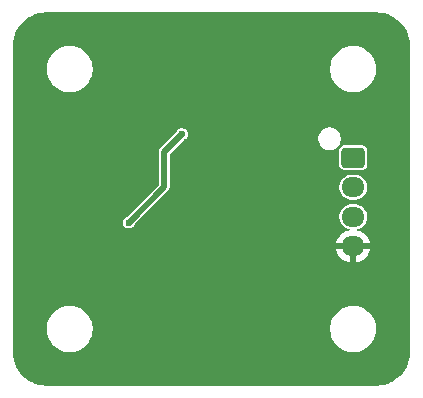
<source format=gbl>
%TF.GenerationSoftware,KiCad,Pcbnew,8.0.2*%
%TF.CreationDate,2024-12-26T16:13:31-05:00*%
%TF.ProjectId,TOF Sensor,544f4620-5365-46e7-936f-722e6b696361,rev?*%
%TF.SameCoordinates,Original*%
%TF.FileFunction,Copper,L4,Bot*%
%TF.FilePolarity,Positive*%
%FSLAX46Y46*%
G04 Gerber Fmt 4.6, Leading zero omitted, Abs format (unit mm)*
G04 Created by KiCad (PCBNEW 8.0.2) date 2024-12-26 16:13:31*
%MOMM*%
%LPD*%
G01*
G04 APERTURE LIST*
G04 Aperture macros list*
%AMRoundRect*
0 Rectangle with rounded corners*
0 $1 Rounding radius*
0 $2 $3 $4 $5 $6 $7 $8 $9 X,Y pos of 4 corners*
0 Add a 4 corners polygon primitive as box body*
4,1,4,$2,$3,$4,$5,$6,$7,$8,$9,$2,$3,0*
0 Add four circle primitives for the rounded corners*
1,1,$1+$1,$2,$3*
1,1,$1+$1,$4,$5*
1,1,$1+$1,$6,$7*
1,1,$1+$1,$8,$9*
0 Add four rect primitives between the rounded corners*
20,1,$1+$1,$2,$3,$4,$5,0*
20,1,$1+$1,$4,$5,$6,$7,0*
20,1,$1+$1,$6,$7,$8,$9,0*
20,1,$1+$1,$8,$9,$2,$3,0*%
G04 Aperture macros list end*
%TA.AperFunction,ComponentPad*%
%ADD10RoundRect,0.250000X-0.725000X0.600000X-0.725000X-0.600000X0.725000X-0.600000X0.725000X0.600000X0*%
%TD*%
%TA.AperFunction,ComponentPad*%
%ADD11O,1.950000X1.700000*%
%TD*%
%TA.AperFunction,ViaPad*%
%ADD12C,0.600000*%
%TD*%
%TA.AperFunction,Conductor*%
%ADD13C,0.500000*%
%TD*%
G04 APERTURE END LIST*
D10*
%TO.P,J1,1,Pin_1*%
%TO.N,VIN_TOF*%
X130000000Y-51500000D03*
D11*
%TO.P,J1,2,Pin_2*%
%TO.N,/I2C.SDA*%
X130000000Y-54000000D03*
%TO.P,J1,3,Pin_3*%
%TO.N,/I2C.SCL*%
X130000000Y-56500000D03*
%TO.P,J1,4,Pin_4*%
%TO.N,GND*%
X130000000Y-59000000D03*
%TD*%
D12*
%TO.N,3V3*%
X111000000Y-57000000D03*
X115500000Y-49500000D03*
%TO.N,GND*%
X126000000Y-44000000D03*
X124000000Y-63000000D03*
X118000000Y-66000000D03*
X108000000Y-47000000D03*
X108000000Y-63000000D03*
X128000000Y-61000000D03*
X102000000Y-46000000D03*
X124000000Y-40000000D03*
X132000000Y-51000000D03*
X122000000Y-64000000D03*
X128000000Y-59000000D03*
X115000000Y-57000000D03*
X108000000Y-51000000D03*
X110000000Y-66000000D03*
X134000000Y-52000000D03*
X132000000Y-47000000D03*
X115000000Y-70000000D03*
X102000000Y-54000000D03*
X114000000Y-64000000D03*
X132000000Y-61000000D03*
X121000000Y-70000000D03*
X106000000Y-40000000D03*
X124000000Y-47000000D03*
X126000000Y-62000000D03*
X118000000Y-62000000D03*
X127000000Y-55000000D03*
X108000000Y-55000000D03*
X134000000Y-48000000D03*
X110000000Y-56000000D03*
X126000000Y-58000000D03*
X121000000Y-40000000D03*
X127000000Y-40000000D03*
X115000000Y-40000000D03*
X134000000Y-66000000D03*
X126000000Y-64000000D03*
X118000000Y-56000000D03*
X108000000Y-61000000D03*
X134000000Y-64000000D03*
X113000000Y-52000000D03*
X102000000Y-56000000D03*
X134000000Y-58000000D03*
X124000000Y-51000000D03*
X105000000Y-62000000D03*
X116000000Y-42000000D03*
X128000000Y-68000000D03*
X110000000Y-44000000D03*
X112000000Y-70000000D03*
X132000000Y-55000000D03*
X102000000Y-44000000D03*
X128000000Y-56000000D03*
X124000000Y-45000000D03*
X102000000Y-58000000D03*
X119000000Y-53000000D03*
X124000000Y-65000000D03*
X105000000Y-60000000D03*
X118000000Y-70000000D03*
X132000000Y-59000000D03*
X115000000Y-52000000D03*
X116000000Y-63000000D03*
X109000000Y-40000000D03*
X132000000Y-57000000D03*
X132000000Y-49000000D03*
X120000000Y-65000000D03*
X118000000Y-40000000D03*
X125000000Y-55000000D03*
X116000000Y-45000000D03*
X121000000Y-55000000D03*
X122000000Y-66000000D03*
X119000000Y-55000000D03*
X108000000Y-49000000D03*
X102000000Y-66000000D03*
X102000000Y-50000000D03*
X120000000Y-42000000D03*
X114000000Y-44000000D03*
X134000000Y-50000000D03*
X134000000Y-44000000D03*
X116000000Y-68000000D03*
X132000000Y-63000000D03*
X103000000Y-41000000D03*
X114000000Y-66000000D03*
X124000000Y-70000000D03*
X134000000Y-60000000D03*
X130000000Y-70000000D03*
X112000000Y-50000000D03*
X134000000Y-62000000D03*
X120000000Y-45000000D03*
X128000000Y-53000000D03*
X105000000Y-50000000D03*
X120000000Y-59000000D03*
X124000000Y-42000000D03*
X116000000Y-53000000D03*
X124000000Y-68000000D03*
X106000000Y-70000000D03*
X120000000Y-63000000D03*
X126000000Y-46000000D03*
X105000000Y-58000000D03*
X105000000Y-48000000D03*
X128000000Y-63000000D03*
X105000000Y-52000000D03*
X105000000Y-56000000D03*
X109000000Y-70000000D03*
X120000000Y-68000000D03*
X134000000Y-46000000D03*
X127000000Y-70000000D03*
X108000000Y-53000000D03*
X108000000Y-57000000D03*
X122000000Y-58000000D03*
X118000000Y-64000000D03*
X116000000Y-61000000D03*
X122000000Y-44000000D03*
X124000000Y-61000000D03*
X115000000Y-54000000D03*
X133000000Y-69000000D03*
X102000000Y-60000000D03*
X102000000Y-52000000D03*
X128000000Y-47000000D03*
X118000000Y-60000000D03*
X102000000Y-62000000D03*
X117000000Y-55000000D03*
X124000000Y-56000000D03*
X123000000Y-55000000D03*
X134000000Y-54000000D03*
X126000000Y-66000000D03*
X126000000Y-48000000D03*
X111000000Y-64000000D03*
X134000000Y-56000000D03*
X133000000Y-41000000D03*
X121000000Y-53000000D03*
X103000000Y-69000000D03*
X102000000Y-48000000D03*
X130000000Y-48000000D03*
X102000000Y-64000000D03*
X112000000Y-68000000D03*
X114000000Y-49000000D03*
X130000000Y-62000000D03*
X122000000Y-56000000D03*
X126000000Y-60000000D03*
X116000000Y-51000000D03*
X105000000Y-54000000D03*
X112000000Y-45000000D03*
X130000000Y-40000000D03*
X122000000Y-46000000D03*
X126000000Y-56000000D03*
X112000000Y-42000000D03*
X120000000Y-56000000D03*
X118000000Y-44000000D03*
X110000000Y-46000000D03*
X112000000Y-40000000D03*
X116000000Y-65000000D03*
X132000000Y-53000000D03*
%TD*%
D13*
%TO.N,3V3*%
X115500000Y-49500000D02*
X114000000Y-51000000D01*
X114000000Y-51000000D02*
X114000000Y-54000000D01*
X114000000Y-54000000D02*
X111000000Y-57000000D01*
%TD*%
%TA.AperFunction,Conductor*%
%TO.N,GND*%
G36*
X132002065Y-39200615D02*
G01*
X132309309Y-39217870D01*
X132317543Y-39218799D01*
X132618855Y-39269993D01*
X132626923Y-39271834D01*
X132920633Y-39356451D01*
X132928447Y-39359185D01*
X133210817Y-39476147D01*
X133218293Y-39479747D01*
X133485784Y-39627584D01*
X133492808Y-39631997D01*
X133742086Y-39808869D01*
X133748554Y-39814028D01*
X133901670Y-39950862D01*
X133976446Y-40017686D01*
X133982313Y-40023553D01*
X134065033Y-40116116D01*
X134185969Y-40251443D01*
X134191132Y-40257915D01*
X134346337Y-40476657D01*
X134368000Y-40507188D01*
X134372415Y-40514215D01*
X134520252Y-40781706D01*
X134523852Y-40789182D01*
X134640810Y-41071543D01*
X134643551Y-41079376D01*
X134728162Y-41373065D01*
X134730008Y-41381156D01*
X134781199Y-41682450D01*
X134782129Y-41690696D01*
X134799384Y-41997934D01*
X134799500Y-42002083D01*
X134799500Y-67997916D01*
X134799384Y-68002065D01*
X134782129Y-68309303D01*
X134781199Y-68317549D01*
X134730008Y-68618843D01*
X134728162Y-68626934D01*
X134643551Y-68920623D01*
X134640810Y-68928456D01*
X134523852Y-69210817D01*
X134520252Y-69218293D01*
X134372415Y-69485784D01*
X134368000Y-69492811D01*
X134191138Y-69742076D01*
X134185963Y-69748564D01*
X133982313Y-69976446D01*
X133976446Y-69982313D01*
X133748564Y-70185963D01*
X133742076Y-70191138D01*
X133492811Y-70368000D01*
X133485784Y-70372415D01*
X133218293Y-70520252D01*
X133210817Y-70523852D01*
X132928456Y-70640810D01*
X132920623Y-70643551D01*
X132626934Y-70728162D01*
X132618843Y-70730008D01*
X132317549Y-70781199D01*
X132309303Y-70782129D01*
X132002066Y-70799384D01*
X131997917Y-70799500D01*
X104002083Y-70799500D01*
X103997934Y-70799384D01*
X103690696Y-70782129D01*
X103682450Y-70781199D01*
X103381156Y-70730008D01*
X103373065Y-70728162D01*
X103079376Y-70643551D01*
X103071543Y-70640810D01*
X102789182Y-70523852D01*
X102781706Y-70520252D01*
X102514215Y-70372415D01*
X102507188Y-70368000D01*
X102363715Y-70266201D01*
X102257915Y-70191132D01*
X102251443Y-70185969D01*
X102062260Y-70016904D01*
X102023553Y-69982313D01*
X102017686Y-69976446D01*
X101950862Y-69901670D01*
X101814028Y-69748554D01*
X101808869Y-69742086D01*
X101631997Y-69492808D01*
X101627584Y-69485784D01*
X101610565Y-69454991D01*
X101479747Y-69218293D01*
X101476147Y-69210817D01*
X101450347Y-69148531D01*
X101359185Y-68928447D01*
X101356451Y-68920633D01*
X101271834Y-68626923D01*
X101269993Y-68618855D01*
X101218799Y-68317543D01*
X101217870Y-68309303D01*
X101200616Y-68002065D01*
X101200500Y-67997916D01*
X101200500Y-65872158D01*
X104049500Y-65872158D01*
X104049500Y-66127841D01*
X104082873Y-66381338D01*
X104149049Y-66628309D01*
X104149051Y-66628316D01*
X104246892Y-66864526D01*
X104246895Y-66864534D01*
X104374736Y-67085961D01*
X104374740Y-67085967D01*
X104530390Y-67288813D01*
X104711187Y-67469610D01*
X104914035Y-67625261D01*
X105135465Y-67753104D01*
X105371687Y-67850950D01*
X105618660Y-67917126D01*
X105872157Y-67950500D01*
X105872159Y-67950500D01*
X106127841Y-67950500D01*
X106127843Y-67950500D01*
X106381340Y-67917126D01*
X106628313Y-67850950D01*
X106864535Y-67753104D01*
X107085965Y-67625261D01*
X107288813Y-67469610D01*
X107469610Y-67288813D01*
X107625261Y-67085965D01*
X107753104Y-66864535D01*
X107850950Y-66628313D01*
X107917126Y-66381340D01*
X107950500Y-66127843D01*
X107950500Y-65872158D01*
X128049500Y-65872158D01*
X128049500Y-66127841D01*
X128082873Y-66381338D01*
X128149049Y-66628309D01*
X128149051Y-66628316D01*
X128246892Y-66864526D01*
X128246895Y-66864534D01*
X128374736Y-67085961D01*
X128374740Y-67085967D01*
X128530390Y-67288813D01*
X128711187Y-67469610D01*
X128914035Y-67625261D01*
X129135465Y-67753104D01*
X129371687Y-67850950D01*
X129618660Y-67917126D01*
X129872157Y-67950500D01*
X129872159Y-67950500D01*
X130127841Y-67950500D01*
X130127843Y-67950500D01*
X130381340Y-67917126D01*
X130628313Y-67850950D01*
X130864535Y-67753104D01*
X131085965Y-67625261D01*
X131288813Y-67469610D01*
X131469610Y-67288813D01*
X131625261Y-67085965D01*
X131753104Y-66864535D01*
X131850950Y-66628313D01*
X131917126Y-66381340D01*
X131950500Y-66127843D01*
X131950500Y-65872157D01*
X131917126Y-65618660D01*
X131850950Y-65371687D01*
X131753104Y-65135465D01*
X131625261Y-64914035D01*
X131469610Y-64711187D01*
X131288813Y-64530390D01*
X131085967Y-64374740D01*
X131085961Y-64374736D01*
X130864534Y-64246895D01*
X130864526Y-64246892D01*
X130628316Y-64149051D01*
X130628314Y-64149050D01*
X130628313Y-64149050D01*
X130595222Y-64140183D01*
X130381338Y-64082873D01*
X130194589Y-64058287D01*
X130127843Y-64049500D01*
X129872157Y-64049500D01*
X129813176Y-64057265D01*
X129618661Y-64082873D01*
X129371690Y-64149049D01*
X129371683Y-64149051D01*
X129135473Y-64246892D01*
X129135465Y-64246895D01*
X128914038Y-64374736D01*
X128914032Y-64374740D01*
X128711186Y-64530390D01*
X128530390Y-64711186D01*
X128374740Y-64914032D01*
X128374736Y-64914038D01*
X128246895Y-65135465D01*
X128246892Y-65135473D01*
X128149051Y-65371683D01*
X128149049Y-65371690D01*
X128082873Y-65618661D01*
X128049500Y-65872158D01*
X107950500Y-65872158D01*
X107950500Y-65872157D01*
X107917126Y-65618660D01*
X107850950Y-65371687D01*
X107753104Y-65135465D01*
X107625261Y-64914035D01*
X107469610Y-64711187D01*
X107288813Y-64530390D01*
X107085967Y-64374740D01*
X107085961Y-64374736D01*
X106864534Y-64246895D01*
X106864526Y-64246892D01*
X106628316Y-64149051D01*
X106628314Y-64149050D01*
X106628313Y-64149050D01*
X106595222Y-64140183D01*
X106381338Y-64082873D01*
X106194589Y-64058287D01*
X106127843Y-64049500D01*
X105872157Y-64049500D01*
X105813176Y-64057265D01*
X105618661Y-64082873D01*
X105371690Y-64149049D01*
X105371683Y-64149051D01*
X105135473Y-64246892D01*
X105135465Y-64246895D01*
X104914038Y-64374736D01*
X104914032Y-64374740D01*
X104711186Y-64530390D01*
X104530390Y-64711186D01*
X104374740Y-64914032D01*
X104374736Y-64914038D01*
X104246895Y-65135465D01*
X104246892Y-65135473D01*
X104149051Y-65371683D01*
X104149049Y-65371690D01*
X104082873Y-65618661D01*
X104049500Y-65872158D01*
X101200500Y-65872158D01*
X101200500Y-58750000D01*
X128547769Y-58750000D01*
X129595854Y-58750000D01*
X129557370Y-58816657D01*
X129525000Y-58937465D01*
X129525000Y-59062535D01*
X129557370Y-59183343D01*
X129595854Y-59250000D01*
X128547769Y-59250000D01*
X128558241Y-59316122D01*
X128558244Y-59316136D01*
X128623904Y-59518217D01*
X128623906Y-59518221D01*
X128720375Y-59707550D01*
X128720378Y-59707556D01*
X128845274Y-59879461D01*
X128845283Y-59879471D01*
X128995529Y-60029717D01*
X128995538Y-60029725D01*
X129167443Y-60154621D01*
X129167449Y-60154624D01*
X129356778Y-60251093D01*
X129356782Y-60251095D01*
X129558863Y-60316755D01*
X129558876Y-60316758D01*
X129749998Y-60347029D01*
X129750000Y-60347028D01*
X129750000Y-59404145D01*
X129816657Y-59442630D01*
X129937465Y-59475000D01*
X130062535Y-59475000D01*
X130183343Y-59442630D01*
X130250000Y-59404145D01*
X130250000Y-60347028D01*
X130250001Y-60347029D01*
X130441123Y-60316758D01*
X130441136Y-60316755D01*
X130643217Y-60251095D01*
X130643221Y-60251093D01*
X130832550Y-60154624D01*
X130832556Y-60154621D01*
X131004461Y-60029725D01*
X131004471Y-60029717D01*
X131154717Y-59879471D01*
X131154725Y-59879461D01*
X131279621Y-59707556D01*
X131279624Y-59707550D01*
X131376093Y-59518221D01*
X131376095Y-59518217D01*
X131441755Y-59316136D01*
X131441758Y-59316122D01*
X131452231Y-59250000D01*
X130404146Y-59250000D01*
X130442630Y-59183343D01*
X130475000Y-59062535D01*
X130475000Y-58937465D01*
X130442630Y-58816657D01*
X130404146Y-58750000D01*
X131452230Y-58750000D01*
X131441758Y-58683877D01*
X131441755Y-58683863D01*
X131376095Y-58481782D01*
X131376093Y-58481778D01*
X131279624Y-58292449D01*
X131279621Y-58292443D01*
X131154725Y-58120538D01*
X131154717Y-58120529D01*
X131004471Y-57970283D01*
X131004461Y-57970274D01*
X130832556Y-57845378D01*
X130832550Y-57845375D01*
X130643221Y-57748906D01*
X130643217Y-57748904D01*
X130441136Y-57683244D01*
X130441125Y-57683242D01*
X130360501Y-57670472D01*
X130312210Y-57640879D01*
X130298989Y-57585806D01*
X130328582Y-57537515D01*
X130357640Y-57524805D01*
X130431420Y-57510130D01*
X130622598Y-57430941D01*
X130794655Y-57315977D01*
X130940977Y-57169655D01*
X131055941Y-56997598D01*
X131135130Y-56806420D01*
X131175500Y-56603465D01*
X131175500Y-56396535D01*
X131135130Y-56193580D01*
X131055941Y-56002402D01*
X130940977Y-55830345D01*
X130794655Y-55684023D01*
X130622598Y-55569059D01*
X130431420Y-55489870D01*
X130431413Y-55489868D01*
X130278516Y-55459455D01*
X130228465Y-55449500D01*
X129771535Y-55449500D01*
X129731385Y-55457486D01*
X129568586Y-55489868D01*
X129568579Y-55489870D01*
X129377401Y-55569059D01*
X129205345Y-55684022D01*
X129205344Y-55684024D01*
X129059024Y-55830344D01*
X129059022Y-55830345D01*
X128944059Y-56002401D01*
X128864870Y-56193579D01*
X128864868Y-56193586D01*
X128824500Y-56396535D01*
X128824500Y-56603464D01*
X128864868Y-56806413D01*
X128864870Y-56806420D01*
X128944059Y-56997598D01*
X129052509Y-57159907D01*
X129059023Y-57169655D01*
X129205345Y-57315977D01*
X129377402Y-57430941D01*
X129568580Y-57510130D01*
X129642357Y-57524805D01*
X129689450Y-57556270D01*
X129700499Y-57611819D01*
X129669034Y-57658912D01*
X129639498Y-57670472D01*
X129558874Y-57683242D01*
X129558863Y-57683244D01*
X129356782Y-57748904D01*
X129356778Y-57748906D01*
X129167449Y-57845375D01*
X129167443Y-57845378D01*
X128995538Y-57970274D01*
X128845274Y-58120538D01*
X128720378Y-58292443D01*
X128720375Y-58292449D01*
X128623906Y-58481778D01*
X128623904Y-58481782D01*
X128558244Y-58683863D01*
X128558241Y-58683877D01*
X128547769Y-58750000D01*
X101200500Y-58750000D01*
X101200500Y-57000000D01*
X110494353Y-57000000D01*
X110514834Y-57142454D01*
X110514834Y-57142455D01*
X110514835Y-57142457D01*
X110527256Y-57169654D01*
X110574623Y-57273373D01*
X110668868Y-57382139D01*
X110668869Y-57382140D01*
X110668872Y-57382143D01*
X110789947Y-57459953D01*
X110896403Y-57491211D01*
X110928035Y-57500499D01*
X110928037Y-57500500D01*
X110928039Y-57500500D01*
X111071963Y-57500500D01*
X111071964Y-57500499D01*
X111210053Y-57459953D01*
X111331128Y-57382143D01*
X111425377Y-57273373D01*
X111471649Y-57172049D01*
X111486632Y-57150469D01*
X114360490Y-54276614D01*
X114419799Y-54173887D01*
X114438668Y-54103465D01*
X114450500Y-54059309D01*
X114450500Y-53896535D01*
X128824500Y-53896535D01*
X128824500Y-54103464D01*
X128864868Y-54306413D01*
X128864870Y-54306420D01*
X128944059Y-54497598D01*
X129059023Y-54669655D01*
X129205345Y-54815977D01*
X129377402Y-54930941D01*
X129568580Y-55010130D01*
X129771535Y-55050500D01*
X129771536Y-55050500D01*
X130228464Y-55050500D01*
X130228465Y-55050500D01*
X130431420Y-55010130D01*
X130622598Y-54930941D01*
X130794655Y-54815977D01*
X130940977Y-54669655D01*
X131055941Y-54497598D01*
X131135130Y-54306420D01*
X131175500Y-54103465D01*
X131175500Y-53896535D01*
X131135130Y-53693580D01*
X131055941Y-53502402D01*
X130940977Y-53330345D01*
X130794655Y-53184023D01*
X130622598Y-53069059D01*
X130431420Y-52989870D01*
X130431413Y-52989868D01*
X130278516Y-52959455D01*
X130228465Y-52949500D01*
X129771535Y-52949500D01*
X129731385Y-52957486D01*
X129568586Y-52989868D01*
X129568579Y-52989870D01*
X129377401Y-53069059D01*
X129205345Y-53184022D01*
X129205344Y-53184024D01*
X129059024Y-53330344D01*
X129059022Y-53330345D01*
X128944059Y-53502401D01*
X128864870Y-53693579D01*
X128864868Y-53693586D01*
X128824500Y-53896535D01*
X114450500Y-53896535D01*
X114450500Y-51217254D01*
X114472173Y-51164929D01*
X115650118Y-49986983D01*
X115681596Y-49968308D01*
X115710053Y-49959953D01*
X115831128Y-49882143D01*
X115896773Y-49806384D01*
X127049500Y-49806384D01*
X127049500Y-49993615D01*
X127086025Y-50177244D01*
X127086027Y-50177251D01*
X127157678Y-50350231D01*
X127224007Y-50449500D01*
X127255883Y-50497206D01*
X127261698Y-50505908D01*
X127394092Y-50638302D01*
X127549769Y-50742322D01*
X127722749Y-50813973D01*
X127906384Y-50850500D01*
X127906385Y-50850500D01*
X128093615Y-50850500D01*
X128093616Y-50850500D01*
X128117576Y-50845734D01*
X128824500Y-50845734D01*
X128824500Y-52154266D01*
X128827354Y-52184699D01*
X128827354Y-52184701D01*
X128827355Y-52184704D01*
X128872206Y-52312881D01*
X128872207Y-52312883D01*
X128952846Y-52422146D01*
X128952853Y-52422153D01*
X129062116Y-52502792D01*
X129062118Y-52502793D01*
X129190295Y-52547644D01*
X129190301Y-52547646D01*
X129220734Y-52550500D01*
X129220741Y-52550500D01*
X130779258Y-52550500D01*
X130779266Y-52550500D01*
X130809699Y-52547646D01*
X130937882Y-52502793D01*
X131047150Y-52422150D01*
X131127793Y-52312882D01*
X131172646Y-52184699D01*
X131175500Y-52154266D01*
X131175500Y-50845734D01*
X131172646Y-50815301D01*
X131127793Y-50687118D01*
X131127792Y-50687116D01*
X131047153Y-50577853D01*
X131047146Y-50577846D01*
X130937883Y-50497207D01*
X130937881Y-50497206D01*
X130809704Y-50452355D01*
X130809705Y-50452355D01*
X130809700Y-50452354D01*
X130809699Y-50452354D01*
X130779266Y-50449500D01*
X129220734Y-50449500D01*
X129190301Y-50452354D01*
X129190299Y-50452354D01*
X129190295Y-50452355D01*
X129062118Y-50497206D01*
X129062116Y-50497207D01*
X128952853Y-50577846D01*
X128952846Y-50577853D01*
X128872207Y-50687116D01*
X128872206Y-50687118D01*
X128827355Y-50815295D01*
X128827354Y-50815299D01*
X128827354Y-50815301D01*
X128824500Y-50845734D01*
X128117576Y-50845734D01*
X128277251Y-50813973D01*
X128450231Y-50742322D01*
X128605908Y-50638302D01*
X128738302Y-50505908D01*
X128842322Y-50350231D01*
X128913973Y-50177251D01*
X128950500Y-49993616D01*
X128950500Y-49806384D01*
X128913973Y-49622749D01*
X128842322Y-49449769D01*
X128738302Y-49294092D01*
X128605908Y-49161698D01*
X128450231Y-49057678D01*
X128450228Y-49057676D01*
X128450227Y-49057676D01*
X128277251Y-48986027D01*
X128277244Y-48986025D01*
X128138902Y-48958507D01*
X128093616Y-48949500D01*
X127906384Y-48949500D01*
X127870056Y-48956725D01*
X127722755Y-48986025D01*
X127722748Y-48986027D01*
X127549772Y-49057676D01*
X127394092Y-49161697D01*
X127394091Y-49161699D01*
X127261699Y-49294091D01*
X127261697Y-49294092D01*
X127157676Y-49449772D01*
X127086027Y-49622748D01*
X127086025Y-49622755D01*
X127049500Y-49806384D01*
X115896773Y-49806384D01*
X115925377Y-49773373D01*
X115985165Y-49642457D01*
X116005647Y-49500000D01*
X115985165Y-49357543D01*
X115925377Y-49226627D01*
X115831128Y-49117857D01*
X115774182Y-49081260D01*
X115710054Y-49040047D01*
X115710050Y-49040046D01*
X115571964Y-48999500D01*
X115571961Y-48999500D01*
X115428039Y-48999500D01*
X115428036Y-48999500D01*
X115289949Y-49040046D01*
X115289945Y-49040047D01*
X115168875Y-49117855D01*
X115168868Y-49117860D01*
X115074622Y-49226627D01*
X115028350Y-49327947D01*
X115013364Y-49349531D01*
X113639508Y-50723389D01*
X113580201Y-50826112D01*
X113577680Y-50835523D01*
X113577679Y-50835522D01*
X113577679Y-50835525D01*
X113549500Y-50940688D01*
X113549500Y-53782744D01*
X113527826Y-53835070D01*
X110849880Y-56513015D01*
X110818403Y-56531691D01*
X110789950Y-56540045D01*
X110789944Y-56540048D01*
X110668875Y-56617855D01*
X110668868Y-56617860D01*
X110574623Y-56726626D01*
X110514834Y-56857545D01*
X110494353Y-57000000D01*
X101200500Y-57000000D01*
X101200500Y-43872158D01*
X104049500Y-43872158D01*
X104049500Y-44127841D01*
X104082873Y-44381338D01*
X104149049Y-44628309D01*
X104149051Y-44628316D01*
X104246892Y-44864526D01*
X104246895Y-44864534D01*
X104374736Y-45085961D01*
X104374740Y-45085967D01*
X104530390Y-45288813D01*
X104711187Y-45469610D01*
X104914035Y-45625261D01*
X105135465Y-45753104D01*
X105371687Y-45850950D01*
X105618660Y-45917126D01*
X105872157Y-45950500D01*
X105872159Y-45950500D01*
X106127841Y-45950500D01*
X106127843Y-45950500D01*
X106381340Y-45917126D01*
X106628313Y-45850950D01*
X106864535Y-45753104D01*
X107085965Y-45625261D01*
X107288813Y-45469610D01*
X107469610Y-45288813D01*
X107625261Y-45085965D01*
X107753104Y-44864535D01*
X107850950Y-44628313D01*
X107917126Y-44381340D01*
X107950500Y-44127843D01*
X107950500Y-43872158D01*
X128049500Y-43872158D01*
X128049500Y-44127841D01*
X128082873Y-44381338D01*
X128149049Y-44628309D01*
X128149051Y-44628316D01*
X128246892Y-44864526D01*
X128246895Y-44864534D01*
X128374736Y-45085961D01*
X128374740Y-45085967D01*
X128530390Y-45288813D01*
X128711187Y-45469610D01*
X128914035Y-45625261D01*
X129135465Y-45753104D01*
X129371687Y-45850950D01*
X129618660Y-45917126D01*
X129872157Y-45950500D01*
X129872159Y-45950500D01*
X130127841Y-45950500D01*
X130127843Y-45950500D01*
X130381340Y-45917126D01*
X130628313Y-45850950D01*
X130864535Y-45753104D01*
X131085965Y-45625261D01*
X131288813Y-45469610D01*
X131469610Y-45288813D01*
X131625261Y-45085965D01*
X131753104Y-44864535D01*
X131850950Y-44628313D01*
X131917126Y-44381340D01*
X131950500Y-44127843D01*
X131950500Y-43872157D01*
X131917126Y-43618660D01*
X131850950Y-43371687D01*
X131753104Y-43135465D01*
X131625261Y-42914035D01*
X131469610Y-42711187D01*
X131288813Y-42530390D01*
X131085967Y-42374740D01*
X131085961Y-42374736D01*
X130864534Y-42246895D01*
X130864526Y-42246892D01*
X130628316Y-42149051D01*
X130628314Y-42149050D01*
X130628313Y-42149050D01*
X130595222Y-42140183D01*
X130381338Y-42082873D01*
X130194589Y-42058287D01*
X130127843Y-42049500D01*
X129872157Y-42049500D01*
X129813176Y-42057265D01*
X129618661Y-42082873D01*
X129371690Y-42149049D01*
X129371683Y-42149051D01*
X129135473Y-42246892D01*
X129135465Y-42246895D01*
X128914038Y-42374736D01*
X128914032Y-42374740D01*
X128711186Y-42530390D01*
X128530390Y-42711186D01*
X128374740Y-42914032D01*
X128374736Y-42914038D01*
X128246895Y-43135465D01*
X128246892Y-43135473D01*
X128149051Y-43371683D01*
X128149049Y-43371690D01*
X128082873Y-43618661D01*
X128049500Y-43872158D01*
X107950500Y-43872158D01*
X107950500Y-43872157D01*
X107917126Y-43618660D01*
X107850950Y-43371687D01*
X107753104Y-43135465D01*
X107625261Y-42914035D01*
X107469610Y-42711187D01*
X107288813Y-42530390D01*
X107085967Y-42374740D01*
X107085961Y-42374736D01*
X106864534Y-42246895D01*
X106864526Y-42246892D01*
X106628316Y-42149051D01*
X106628314Y-42149050D01*
X106628313Y-42149050D01*
X106595222Y-42140183D01*
X106381338Y-42082873D01*
X106194589Y-42058287D01*
X106127843Y-42049500D01*
X105872157Y-42049500D01*
X105813176Y-42057265D01*
X105618661Y-42082873D01*
X105371690Y-42149049D01*
X105371683Y-42149051D01*
X105135473Y-42246892D01*
X105135465Y-42246895D01*
X104914038Y-42374736D01*
X104914032Y-42374740D01*
X104711186Y-42530390D01*
X104530390Y-42711186D01*
X104374740Y-42914032D01*
X104374736Y-42914038D01*
X104246895Y-43135465D01*
X104246892Y-43135473D01*
X104149051Y-43371683D01*
X104149049Y-43371690D01*
X104082873Y-43618661D01*
X104049500Y-43872158D01*
X101200500Y-43872158D01*
X101200500Y-42002083D01*
X101200616Y-41997934D01*
X101202740Y-41960118D01*
X101217870Y-41690688D01*
X101218800Y-41682450D01*
X101269994Y-41381140D01*
X101271833Y-41373080D01*
X101356453Y-41079361D01*
X101359183Y-41071558D01*
X101476150Y-40789175D01*
X101479743Y-40781713D01*
X101627590Y-40514204D01*
X101631991Y-40507199D01*
X101808875Y-40257904D01*
X101814020Y-40251453D01*
X102017690Y-40023548D01*
X102023553Y-40017686D01*
X102251453Y-39814020D01*
X102257904Y-39808875D01*
X102507199Y-39631991D01*
X102514204Y-39627590D01*
X102781713Y-39479743D01*
X102789175Y-39476150D01*
X103071558Y-39359183D01*
X103079361Y-39356453D01*
X103373080Y-39271833D01*
X103381140Y-39269994D01*
X103682458Y-39218799D01*
X103690688Y-39217870D01*
X103997934Y-39200615D01*
X104002083Y-39200500D01*
X104039882Y-39200500D01*
X131960118Y-39200500D01*
X131997917Y-39200500D01*
X132002065Y-39200615D01*
G37*
%TD.AperFunction*%
%TD*%
M02*

</source>
